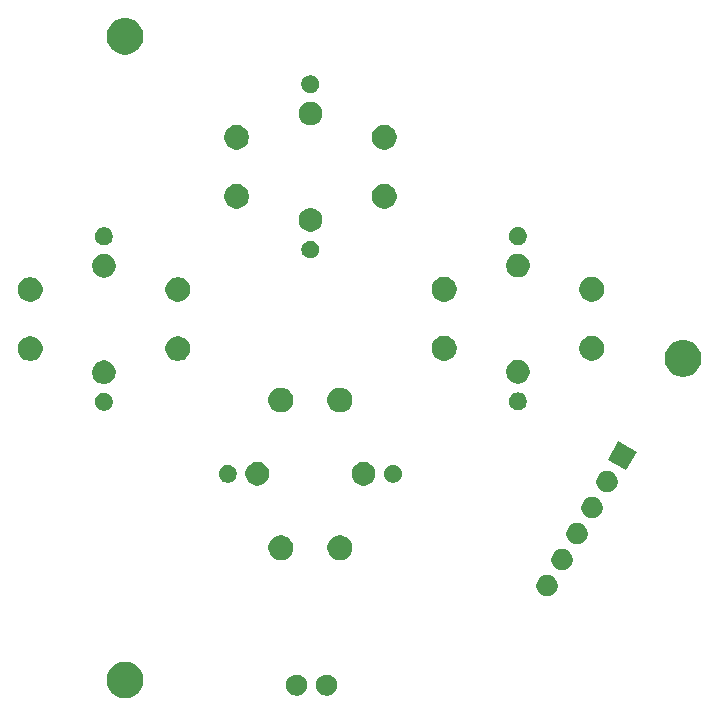
<source format=gbs>
G04 #@! TF.GenerationSoftware,KiCad,Pcbnew,(5.1.6)-1*
G04 #@! TF.CreationDate,2021-11-15T17:53:34+01:00*
G04 #@! TF.ProjectId,STEM,5354454d-2e6b-4696-9361-645f70636258,A*
G04 #@! TF.SameCoordinates,Original*
G04 #@! TF.FileFunction,Soldermask,Bot*
G04 #@! TF.FilePolarity,Negative*
%FSLAX46Y46*%
G04 Gerber Fmt 4.6, Leading zero omitted, Abs format (unit mm)*
G04 Created by KiCad (PCBNEW (5.1.6)-1) date 2021-11-15 17:53:34*
%MOMM*%
%LPD*%
G01*
G04 APERTURE LIST*
%ADD10C,0.100000*%
G04 APERTURE END LIST*
D10*
G36*
X107058785Y-140922002D02*
G01*
X107208610Y-140951804D01*
X107490874Y-141068721D01*
X107744905Y-141238459D01*
X107960941Y-141454495D01*
X108130679Y-141708526D01*
X108247596Y-141990790D01*
X108307200Y-142290440D01*
X108307200Y-142595960D01*
X108247596Y-142895610D01*
X108130679Y-143177874D01*
X107960941Y-143431905D01*
X107744905Y-143647941D01*
X107490874Y-143817679D01*
X107208610Y-143934596D01*
X107058785Y-143964398D01*
X106908961Y-143994200D01*
X106603439Y-143994200D01*
X106453615Y-143964398D01*
X106303790Y-143934596D01*
X106021526Y-143817679D01*
X105767495Y-143647941D01*
X105551459Y-143431905D01*
X105381721Y-143177874D01*
X105264804Y-142895610D01*
X105205200Y-142595960D01*
X105205200Y-142290440D01*
X105264804Y-141990790D01*
X105381721Y-141708526D01*
X105551459Y-141454495D01*
X105767495Y-141238459D01*
X106021526Y-141068721D01*
X106303790Y-140951804D01*
X106453615Y-140922002D01*
X106603439Y-140892200D01*
X106908961Y-140892200D01*
X107058785Y-140922002D01*
G37*
G36*
X124084895Y-142023240D02*
G01*
X124247045Y-142090405D01*
X124247047Y-142090406D01*
X124392979Y-142187915D01*
X124517085Y-142312021D01*
X124614595Y-142457955D01*
X124681760Y-142620105D01*
X124716000Y-142792243D01*
X124716000Y-142967757D01*
X124681760Y-143139895D01*
X124614595Y-143302045D01*
X124614594Y-143302047D01*
X124517085Y-143447979D01*
X124392979Y-143572085D01*
X124247047Y-143669594D01*
X124247046Y-143669595D01*
X124247045Y-143669595D01*
X124084895Y-143736760D01*
X123912757Y-143771000D01*
X123737243Y-143771000D01*
X123565105Y-143736760D01*
X123402955Y-143669595D01*
X123402954Y-143669595D01*
X123402953Y-143669594D01*
X123257021Y-143572085D01*
X123132915Y-143447979D01*
X123035406Y-143302047D01*
X123035405Y-143302045D01*
X122968240Y-143139895D01*
X122934000Y-142967757D01*
X122934000Y-142792243D01*
X122968240Y-142620105D01*
X123035405Y-142457955D01*
X123132915Y-142312021D01*
X123257021Y-142187915D01*
X123402953Y-142090406D01*
X123402955Y-142090405D01*
X123565105Y-142023240D01*
X123737243Y-141989000D01*
X123912757Y-141989000D01*
X124084895Y-142023240D01*
G37*
G36*
X121544895Y-142023240D02*
G01*
X121707045Y-142090405D01*
X121707047Y-142090406D01*
X121852979Y-142187915D01*
X121977085Y-142312021D01*
X122074595Y-142457955D01*
X122141760Y-142620105D01*
X122176000Y-142792243D01*
X122176000Y-142967757D01*
X122141760Y-143139895D01*
X122074595Y-143302045D01*
X122074594Y-143302047D01*
X121977085Y-143447979D01*
X121852979Y-143572085D01*
X121707047Y-143669594D01*
X121707046Y-143669595D01*
X121707045Y-143669595D01*
X121544895Y-143736760D01*
X121372757Y-143771000D01*
X121197243Y-143771000D01*
X121025105Y-143736760D01*
X120862955Y-143669595D01*
X120862954Y-143669595D01*
X120862953Y-143669594D01*
X120717021Y-143572085D01*
X120592915Y-143447979D01*
X120495406Y-143302047D01*
X120495405Y-143302045D01*
X120428240Y-143139895D01*
X120394000Y-142967757D01*
X120394000Y-142792243D01*
X120428240Y-142620105D01*
X120495405Y-142457955D01*
X120592915Y-142312021D01*
X120717021Y-142187915D01*
X120862953Y-142090406D01*
X120862955Y-142090405D01*
X121025105Y-142023240D01*
X121197243Y-141989000D01*
X121372757Y-141989000D01*
X121544895Y-142023240D01*
G37*
G36*
X142607512Y-133551336D02*
G01*
X142756812Y-133581033D01*
X142920784Y-133648953D01*
X143068354Y-133747556D01*
X143193853Y-133873055D01*
X143292456Y-134020625D01*
X143360376Y-134184597D01*
X143395000Y-134358668D01*
X143395000Y-134536150D01*
X143360376Y-134710221D01*
X143292456Y-134874193D01*
X143193853Y-135021763D01*
X143068354Y-135147262D01*
X142920784Y-135245865D01*
X142756812Y-135313785D01*
X142607512Y-135343482D01*
X142582742Y-135348409D01*
X142405258Y-135348409D01*
X142380488Y-135343482D01*
X142231188Y-135313785D01*
X142067216Y-135245865D01*
X141919646Y-135147262D01*
X141794147Y-135021763D01*
X141695544Y-134874193D01*
X141627624Y-134710221D01*
X141593000Y-134536150D01*
X141593000Y-134358668D01*
X141627624Y-134184597D01*
X141695544Y-134020625D01*
X141794147Y-133873055D01*
X141919646Y-133747556D01*
X142067216Y-133648953D01*
X142231188Y-133581033D01*
X142380488Y-133551336D01*
X142405258Y-133546409D01*
X142582742Y-133546409D01*
X142607512Y-133551336D01*
G37*
G36*
X143877512Y-131351631D02*
G01*
X144026812Y-131381328D01*
X144190784Y-131449248D01*
X144338354Y-131547851D01*
X144463853Y-131673350D01*
X144562456Y-131820920D01*
X144630376Y-131984892D01*
X144665000Y-132158963D01*
X144665000Y-132336445D01*
X144630376Y-132510516D01*
X144562456Y-132674488D01*
X144463853Y-132822058D01*
X144338354Y-132947557D01*
X144190784Y-133046160D01*
X144026812Y-133114080D01*
X143877512Y-133143777D01*
X143852742Y-133148704D01*
X143675258Y-133148704D01*
X143650488Y-133143777D01*
X143501188Y-133114080D01*
X143337216Y-133046160D01*
X143189646Y-132947557D01*
X143064147Y-132822058D01*
X142965544Y-132674488D01*
X142897624Y-132510516D01*
X142863000Y-132336445D01*
X142863000Y-132158963D01*
X142897624Y-131984892D01*
X142965544Y-131820920D01*
X143064147Y-131673350D01*
X143189646Y-131547851D01*
X143337216Y-131449248D01*
X143501188Y-131381328D01*
X143650488Y-131351631D01*
X143675258Y-131346704D01*
X143852742Y-131346704D01*
X143877512Y-131351631D01*
G37*
G36*
X120256564Y-130224389D02*
G01*
X120447833Y-130303615D01*
X120447835Y-130303616D01*
X120619973Y-130418635D01*
X120766365Y-130565027D01*
X120881385Y-130737167D01*
X120960611Y-130928436D01*
X121001000Y-131131484D01*
X121001000Y-131338516D01*
X120960611Y-131541564D01*
X120906023Y-131673351D01*
X120881384Y-131732835D01*
X120766365Y-131904973D01*
X120619973Y-132051365D01*
X120447835Y-132166384D01*
X120447834Y-132166385D01*
X120447833Y-132166385D01*
X120256564Y-132245611D01*
X120053516Y-132286000D01*
X119846484Y-132286000D01*
X119643436Y-132245611D01*
X119452167Y-132166385D01*
X119452166Y-132166385D01*
X119452165Y-132166384D01*
X119280027Y-132051365D01*
X119133635Y-131904973D01*
X119018616Y-131732835D01*
X118993977Y-131673351D01*
X118939389Y-131541564D01*
X118899000Y-131338516D01*
X118899000Y-131131484D01*
X118939389Y-130928436D01*
X119018615Y-130737167D01*
X119133635Y-130565027D01*
X119280027Y-130418635D01*
X119452165Y-130303616D01*
X119452167Y-130303615D01*
X119643436Y-130224389D01*
X119846484Y-130184000D01*
X120053516Y-130184000D01*
X120256564Y-130224389D01*
G37*
G36*
X125256564Y-130224389D02*
G01*
X125447833Y-130303615D01*
X125447835Y-130303616D01*
X125619973Y-130418635D01*
X125766365Y-130565027D01*
X125881385Y-130737167D01*
X125960611Y-130928436D01*
X126001000Y-131131484D01*
X126001000Y-131338516D01*
X125960611Y-131541564D01*
X125906023Y-131673351D01*
X125881384Y-131732835D01*
X125766365Y-131904973D01*
X125619973Y-132051365D01*
X125447835Y-132166384D01*
X125447834Y-132166385D01*
X125447833Y-132166385D01*
X125256564Y-132245611D01*
X125053516Y-132286000D01*
X124846484Y-132286000D01*
X124643436Y-132245611D01*
X124452167Y-132166385D01*
X124452166Y-132166385D01*
X124452165Y-132166384D01*
X124280027Y-132051365D01*
X124133635Y-131904973D01*
X124018616Y-131732835D01*
X123993977Y-131673351D01*
X123939389Y-131541564D01*
X123899000Y-131338516D01*
X123899000Y-131131484D01*
X123939389Y-130928436D01*
X124018615Y-130737167D01*
X124133635Y-130565027D01*
X124280027Y-130418635D01*
X124452165Y-130303616D01*
X124452167Y-130303615D01*
X124643436Y-130224389D01*
X124846484Y-130184000D01*
X125053516Y-130184000D01*
X125256564Y-130224389D01*
G37*
G36*
X145147512Y-129151927D02*
G01*
X145296812Y-129181624D01*
X145460784Y-129249544D01*
X145608354Y-129348147D01*
X145733853Y-129473646D01*
X145832456Y-129621216D01*
X145900376Y-129785188D01*
X145935000Y-129959259D01*
X145935000Y-130136741D01*
X145900376Y-130310812D01*
X145832456Y-130474784D01*
X145733853Y-130622354D01*
X145608354Y-130747853D01*
X145460784Y-130846456D01*
X145296812Y-130914376D01*
X145147512Y-130944073D01*
X145122742Y-130949000D01*
X144945258Y-130949000D01*
X144920488Y-130944073D01*
X144771188Y-130914376D01*
X144607216Y-130846456D01*
X144459646Y-130747853D01*
X144334147Y-130622354D01*
X144235544Y-130474784D01*
X144167624Y-130310812D01*
X144133000Y-130136741D01*
X144133000Y-129959259D01*
X144167624Y-129785188D01*
X144235544Y-129621216D01*
X144334147Y-129473646D01*
X144459646Y-129348147D01*
X144607216Y-129249544D01*
X144771188Y-129181624D01*
X144920488Y-129151927D01*
X144945258Y-129147000D01*
X145122742Y-129147000D01*
X145147512Y-129151927D01*
G37*
G36*
X146417512Y-126952222D02*
G01*
X146566812Y-126981919D01*
X146730784Y-127049839D01*
X146878354Y-127148442D01*
X147003853Y-127273941D01*
X147102456Y-127421511D01*
X147170376Y-127585483D01*
X147205000Y-127759554D01*
X147205000Y-127937036D01*
X147170376Y-128111107D01*
X147102456Y-128275079D01*
X147003853Y-128422649D01*
X146878354Y-128548148D01*
X146730784Y-128646751D01*
X146566812Y-128714671D01*
X146417512Y-128744368D01*
X146392742Y-128749295D01*
X146215258Y-128749295D01*
X146190488Y-128744368D01*
X146041188Y-128714671D01*
X145877216Y-128646751D01*
X145729646Y-128548148D01*
X145604147Y-128422649D01*
X145505544Y-128275079D01*
X145437624Y-128111107D01*
X145403000Y-127937036D01*
X145403000Y-127759554D01*
X145437624Y-127585483D01*
X145505544Y-127421511D01*
X145604147Y-127273941D01*
X145729646Y-127148442D01*
X145877216Y-127049839D01*
X146041188Y-126981919D01*
X146190488Y-126952222D01*
X146215258Y-126947295D01*
X146392742Y-126947295D01*
X146417512Y-126952222D01*
G37*
G36*
X147687512Y-124752518D02*
G01*
X147836812Y-124782215D01*
X148000784Y-124850135D01*
X148148354Y-124948738D01*
X148273853Y-125074237D01*
X148372456Y-125221807D01*
X148440376Y-125385779D01*
X148475000Y-125559850D01*
X148475000Y-125737332D01*
X148440376Y-125911403D01*
X148372456Y-126075375D01*
X148273853Y-126222945D01*
X148148354Y-126348444D01*
X148000784Y-126447047D01*
X147836812Y-126514967D01*
X147687512Y-126544664D01*
X147662742Y-126549591D01*
X147485258Y-126549591D01*
X147460488Y-126544664D01*
X147311188Y-126514967D01*
X147147216Y-126447047D01*
X146999646Y-126348444D01*
X146874147Y-126222945D01*
X146775544Y-126075375D01*
X146707624Y-125911403D01*
X146673000Y-125737332D01*
X146673000Y-125559850D01*
X146707624Y-125385779D01*
X146775544Y-125221807D01*
X146874147Y-125074237D01*
X146999646Y-124948738D01*
X147147216Y-124850135D01*
X147311188Y-124782215D01*
X147460488Y-124752518D01*
X147485258Y-124747591D01*
X147662742Y-124747591D01*
X147687512Y-124752518D01*
G37*
G36*
X118241981Y-124022468D02*
G01*
X118424151Y-124097926D01*
X118588100Y-124207473D01*
X118727527Y-124346900D01*
X118837074Y-124510849D01*
X118907005Y-124679675D01*
X118912532Y-124693020D01*
X118943785Y-124850135D01*
X118951000Y-124886410D01*
X118951000Y-125083590D01*
X118912532Y-125276981D01*
X118837074Y-125459151D01*
X118727527Y-125623100D01*
X118588100Y-125762527D01*
X118424151Y-125872074D01*
X118241981Y-125947532D01*
X118145285Y-125966766D01*
X118048591Y-125986000D01*
X117851409Y-125986000D01*
X117754715Y-125966766D01*
X117658019Y-125947532D01*
X117475849Y-125872074D01*
X117311900Y-125762527D01*
X117172473Y-125623100D01*
X117062926Y-125459151D01*
X116987468Y-125276981D01*
X116949000Y-125083590D01*
X116949000Y-124886410D01*
X116956216Y-124850135D01*
X116987468Y-124693020D01*
X116992996Y-124679675D01*
X117062926Y-124510849D01*
X117172473Y-124346900D01*
X117311900Y-124207473D01*
X117475849Y-124097926D01*
X117658019Y-124022468D01*
X117851409Y-123984000D01*
X118048591Y-123984000D01*
X118241981Y-124022468D01*
G37*
G36*
X127241981Y-124022468D02*
G01*
X127424151Y-124097926D01*
X127588100Y-124207473D01*
X127727527Y-124346900D01*
X127837074Y-124510849D01*
X127907005Y-124679675D01*
X127912532Y-124693020D01*
X127943785Y-124850135D01*
X127951000Y-124886410D01*
X127951000Y-125083590D01*
X127912532Y-125276981D01*
X127837074Y-125459151D01*
X127727527Y-125623100D01*
X127588100Y-125762527D01*
X127424151Y-125872074D01*
X127241981Y-125947532D01*
X127145285Y-125966766D01*
X127048591Y-125986000D01*
X126851409Y-125986000D01*
X126754715Y-125966766D01*
X126658019Y-125947532D01*
X126475849Y-125872074D01*
X126311900Y-125762527D01*
X126172473Y-125623100D01*
X126062926Y-125459151D01*
X125987468Y-125276981D01*
X125949000Y-125083590D01*
X125949000Y-124886410D01*
X125956216Y-124850135D01*
X125987468Y-124693020D01*
X125992996Y-124679675D01*
X126062926Y-124510849D01*
X126172473Y-124346900D01*
X126311900Y-124207473D01*
X126475849Y-124097926D01*
X126658019Y-124022468D01*
X126851409Y-123984000D01*
X127048591Y-123984000D01*
X127241981Y-124022468D01*
G37*
G36*
X115669059Y-124262860D02*
G01*
X115805732Y-124319472D01*
X115928735Y-124401660D01*
X116033340Y-124506265D01*
X116033341Y-124506267D01*
X116115529Y-124629270D01*
X116172140Y-124765941D01*
X116201000Y-124911032D01*
X116201000Y-125058968D01*
X116196102Y-125083590D01*
X116172140Y-125204059D01*
X116115528Y-125340732D01*
X116033340Y-125463735D01*
X115928735Y-125568340D01*
X115805732Y-125650528D01*
X115805731Y-125650529D01*
X115805730Y-125650529D01*
X115669059Y-125707140D01*
X115523968Y-125736000D01*
X115376032Y-125736000D01*
X115230941Y-125707140D01*
X115094270Y-125650529D01*
X115094269Y-125650529D01*
X115094268Y-125650528D01*
X114971265Y-125568340D01*
X114866660Y-125463735D01*
X114784472Y-125340732D01*
X114727860Y-125204059D01*
X114703898Y-125083590D01*
X114699000Y-125058968D01*
X114699000Y-124911032D01*
X114727860Y-124765941D01*
X114784471Y-124629270D01*
X114866659Y-124506267D01*
X114866660Y-124506265D01*
X114971265Y-124401660D01*
X115094268Y-124319472D01*
X115230941Y-124262860D01*
X115376032Y-124234000D01*
X115523968Y-124234000D01*
X115669059Y-124262860D01*
G37*
G36*
X129669059Y-124262860D02*
G01*
X129805732Y-124319472D01*
X129928735Y-124401660D01*
X130033340Y-124506265D01*
X130033341Y-124506267D01*
X130115529Y-124629270D01*
X130172140Y-124765941D01*
X130201000Y-124911032D01*
X130201000Y-125058968D01*
X130196102Y-125083590D01*
X130172140Y-125204059D01*
X130115528Y-125340732D01*
X130033340Y-125463735D01*
X129928735Y-125568340D01*
X129805732Y-125650528D01*
X129805731Y-125650529D01*
X129805730Y-125650529D01*
X129669059Y-125707140D01*
X129523968Y-125736000D01*
X129376032Y-125736000D01*
X129230941Y-125707140D01*
X129094270Y-125650529D01*
X129094269Y-125650529D01*
X129094268Y-125650528D01*
X128971265Y-125568340D01*
X128866660Y-125463735D01*
X128784472Y-125340732D01*
X128727860Y-125204059D01*
X128703898Y-125083590D01*
X128699000Y-125058968D01*
X128699000Y-124911032D01*
X128727860Y-124765941D01*
X128784471Y-124629270D01*
X128866659Y-124506267D01*
X128866660Y-124506265D01*
X128971265Y-124401660D01*
X129094268Y-124319472D01*
X129230941Y-124262860D01*
X129376032Y-124234000D01*
X129523968Y-124234000D01*
X129669059Y-124262860D01*
G37*
G36*
X150074790Y-123119097D02*
G01*
X149173789Y-124679676D01*
X147613210Y-123778675D01*
X148514211Y-122218096D01*
X150074790Y-123119097D01*
G37*
G36*
X125256564Y-117724389D02*
G01*
X125447833Y-117803615D01*
X125447835Y-117803616D01*
X125619973Y-117918635D01*
X125766365Y-118065027D01*
X125861544Y-118207472D01*
X125881385Y-118237167D01*
X125960611Y-118428436D01*
X126001000Y-118631484D01*
X126001000Y-118838516D01*
X125960611Y-119041564D01*
X125883084Y-119228732D01*
X125881384Y-119232835D01*
X125766365Y-119404973D01*
X125619973Y-119551365D01*
X125447835Y-119666384D01*
X125447834Y-119666385D01*
X125447833Y-119666385D01*
X125256564Y-119745611D01*
X125053516Y-119786000D01*
X124846484Y-119786000D01*
X124643436Y-119745611D01*
X124452167Y-119666385D01*
X124452166Y-119666385D01*
X124452165Y-119666384D01*
X124280027Y-119551365D01*
X124133635Y-119404973D01*
X124018616Y-119232835D01*
X124016916Y-119228732D01*
X123939389Y-119041564D01*
X123899000Y-118838516D01*
X123899000Y-118631484D01*
X123939389Y-118428436D01*
X124018615Y-118237167D01*
X124038457Y-118207472D01*
X124133635Y-118065027D01*
X124280027Y-117918635D01*
X124452165Y-117803616D01*
X124452167Y-117803615D01*
X124643436Y-117724389D01*
X124846484Y-117684000D01*
X125053516Y-117684000D01*
X125256564Y-117724389D01*
G37*
G36*
X120256564Y-117724389D02*
G01*
X120447833Y-117803615D01*
X120447835Y-117803616D01*
X120619973Y-117918635D01*
X120766365Y-118065027D01*
X120861544Y-118207472D01*
X120881385Y-118237167D01*
X120960611Y-118428436D01*
X121001000Y-118631484D01*
X121001000Y-118838516D01*
X120960611Y-119041564D01*
X120883084Y-119228732D01*
X120881384Y-119232835D01*
X120766365Y-119404973D01*
X120619973Y-119551365D01*
X120447835Y-119666384D01*
X120447834Y-119666385D01*
X120447833Y-119666385D01*
X120256564Y-119745611D01*
X120053516Y-119786000D01*
X119846484Y-119786000D01*
X119643436Y-119745611D01*
X119452167Y-119666385D01*
X119452166Y-119666385D01*
X119452165Y-119666384D01*
X119280027Y-119551365D01*
X119133635Y-119404973D01*
X119018616Y-119232835D01*
X119016916Y-119228732D01*
X118939389Y-119041564D01*
X118899000Y-118838516D01*
X118899000Y-118631484D01*
X118939389Y-118428436D01*
X119018615Y-118237167D01*
X119038457Y-118207472D01*
X119133635Y-118065027D01*
X119280027Y-117918635D01*
X119452165Y-117803616D01*
X119452167Y-117803615D01*
X119643436Y-117724389D01*
X119846484Y-117684000D01*
X120053516Y-117684000D01*
X120256564Y-117724389D01*
G37*
G36*
X105194059Y-118150860D02*
G01*
X105270375Y-118182471D01*
X105330732Y-118207472D01*
X105453735Y-118289660D01*
X105558340Y-118394265D01*
X105623825Y-118492270D01*
X105640529Y-118517270D01*
X105697140Y-118653941D01*
X105726000Y-118799032D01*
X105726000Y-118946968D01*
X105697140Y-119092059D01*
X105650884Y-119203732D01*
X105640528Y-119228732D01*
X105558340Y-119351735D01*
X105453735Y-119456340D01*
X105330732Y-119538528D01*
X105330731Y-119538529D01*
X105330730Y-119538529D01*
X105194059Y-119595140D01*
X105048968Y-119624000D01*
X104901032Y-119624000D01*
X104755941Y-119595140D01*
X104619270Y-119538529D01*
X104619269Y-119538529D01*
X104619268Y-119538528D01*
X104496265Y-119456340D01*
X104391660Y-119351735D01*
X104309472Y-119228732D01*
X104299117Y-119203732D01*
X104252860Y-119092059D01*
X104224000Y-118946968D01*
X104224000Y-118799032D01*
X104252860Y-118653941D01*
X104309471Y-118517270D01*
X104326175Y-118492270D01*
X104391660Y-118394265D01*
X104496265Y-118289660D01*
X104619268Y-118207472D01*
X104679626Y-118182471D01*
X104755941Y-118150860D01*
X104901032Y-118122000D01*
X105048968Y-118122000D01*
X105194059Y-118150860D01*
G37*
G36*
X140224653Y-118122000D02*
G01*
X140244059Y-118125860D01*
X140380732Y-118182472D01*
X140503735Y-118264660D01*
X140608340Y-118369265D01*
X140690528Y-118492268D01*
X140690529Y-118492270D01*
X140700884Y-118517270D01*
X140747140Y-118628941D01*
X140776000Y-118774033D01*
X140776000Y-118921967D01*
X140747140Y-119067059D01*
X140690528Y-119203732D01*
X140608340Y-119326735D01*
X140503735Y-119431340D01*
X140380732Y-119513528D01*
X140380731Y-119513529D01*
X140380730Y-119513529D01*
X140244059Y-119570140D01*
X140098968Y-119599000D01*
X139951032Y-119599000D01*
X139805941Y-119570140D01*
X139669270Y-119513529D01*
X139669269Y-119513529D01*
X139669268Y-119513528D01*
X139546265Y-119431340D01*
X139441660Y-119326735D01*
X139359472Y-119203732D01*
X139302860Y-119067059D01*
X139274000Y-118921967D01*
X139274000Y-118774033D01*
X139302860Y-118628941D01*
X139349116Y-118517270D01*
X139359471Y-118492270D01*
X139359472Y-118492268D01*
X139441660Y-118369265D01*
X139546265Y-118264660D01*
X139669268Y-118182472D01*
X139805941Y-118125860D01*
X139825347Y-118122000D01*
X139951032Y-118097000D01*
X140098968Y-118097000D01*
X140224653Y-118122000D01*
G37*
G36*
X105141298Y-115385468D02*
G01*
X105266981Y-115410468D01*
X105449151Y-115485926D01*
X105613100Y-115595473D01*
X105752527Y-115734900D01*
X105862074Y-115898849D01*
X105937532Y-116081019D01*
X105976000Y-116274410D01*
X105976000Y-116471590D01*
X105937532Y-116664981D01*
X105895937Y-116765400D01*
X105872430Y-116822151D01*
X105862074Y-116847151D01*
X105752527Y-117011100D01*
X105613100Y-117150527D01*
X105449151Y-117260074D01*
X105266981Y-117335532D01*
X105199273Y-117349000D01*
X105073591Y-117374000D01*
X104876409Y-117374000D01*
X104750727Y-117349000D01*
X104683019Y-117335532D01*
X104500849Y-117260074D01*
X104336900Y-117150527D01*
X104197473Y-117011100D01*
X104087926Y-116847151D01*
X104077571Y-116822151D01*
X104054063Y-116765400D01*
X104012468Y-116664981D01*
X103974000Y-116471590D01*
X103974000Y-116274410D01*
X104012468Y-116081019D01*
X104087926Y-115898849D01*
X104197473Y-115734900D01*
X104336900Y-115595473D01*
X104500849Y-115485926D01*
X104683019Y-115410468D01*
X104808702Y-115385468D01*
X104876409Y-115372000D01*
X105073591Y-115372000D01*
X105141298Y-115385468D01*
G37*
G36*
X140316981Y-115385468D02*
G01*
X140499151Y-115460926D01*
X140663100Y-115570473D01*
X140802527Y-115709900D01*
X140912074Y-115873849D01*
X140912075Y-115873851D01*
X140922430Y-115898851D01*
X140987532Y-116056019D01*
X141026000Y-116249410D01*
X141026000Y-116446590D01*
X140987532Y-116639981D01*
X140912074Y-116822151D01*
X140802527Y-116986100D01*
X140663100Y-117125527D01*
X140499151Y-117235074D01*
X140316981Y-117310532D01*
X140220285Y-117329766D01*
X140123591Y-117349000D01*
X139926409Y-117349000D01*
X139829715Y-117329766D01*
X139733019Y-117310532D01*
X139550849Y-117235074D01*
X139386900Y-117125527D01*
X139247473Y-116986100D01*
X139137926Y-116822151D01*
X139062468Y-116639981D01*
X139024000Y-116446590D01*
X139024000Y-116249410D01*
X139062468Y-116056019D01*
X139127570Y-115898851D01*
X139137925Y-115873851D01*
X139137926Y-115873849D01*
X139247473Y-115709900D01*
X139386900Y-115570473D01*
X139550849Y-115460926D01*
X139733019Y-115385468D01*
X139926409Y-115347000D01*
X140123591Y-115347000D01*
X140316981Y-115385468D01*
G37*
G36*
X154302785Y-113693202D02*
G01*
X154452610Y-113723004D01*
X154734874Y-113839921D01*
X154988905Y-114009659D01*
X155204941Y-114225695D01*
X155374679Y-114479726D01*
X155491596Y-114761990D01*
X155551200Y-115061640D01*
X155551200Y-115367160D01*
X155491596Y-115666810D01*
X155374679Y-115949074D01*
X155204941Y-116203105D01*
X154988905Y-116419141D01*
X154734874Y-116588879D01*
X154452610Y-116705796D01*
X154302785Y-116735598D01*
X154152961Y-116765400D01*
X153847439Y-116765400D01*
X153697615Y-116735598D01*
X153547790Y-116705796D01*
X153265526Y-116588879D01*
X153011495Y-116419141D01*
X152795459Y-116203105D01*
X152625721Y-115949074D01*
X152508804Y-115666810D01*
X152449200Y-115367160D01*
X152449200Y-115061640D01*
X152508804Y-114761990D01*
X152625721Y-114479726D01*
X152795459Y-114225695D01*
X153011495Y-114009659D01*
X153265526Y-113839921D01*
X153547790Y-113723004D01*
X153697615Y-113693202D01*
X153847439Y-113663400D01*
X154152961Y-113663400D01*
X154302785Y-113693202D01*
G37*
G36*
X111531564Y-113362389D02*
G01*
X111722833Y-113441615D01*
X111722835Y-113441616D01*
X111894973Y-113556635D01*
X112041365Y-113703027D01*
X112139680Y-113850165D01*
X112156385Y-113875167D01*
X112235611Y-114066436D01*
X112276000Y-114269484D01*
X112276000Y-114476516D01*
X112235611Y-114679564D01*
X112166740Y-114845833D01*
X112156384Y-114870835D01*
X112041365Y-115042973D01*
X111894973Y-115189365D01*
X111722835Y-115304384D01*
X111722834Y-115304385D01*
X111722833Y-115304385D01*
X111531564Y-115383611D01*
X111328516Y-115424000D01*
X111121484Y-115424000D01*
X110918436Y-115383611D01*
X110727167Y-115304385D01*
X110727166Y-115304385D01*
X110727165Y-115304384D01*
X110555027Y-115189365D01*
X110408635Y-115042973D01*
X110293616Y-114870835D01*
X110283260Y-114845833D01*
X110214389Y-114679564D01*
X110174000Y-114476516D01*
X110174000Y-114269484D01*
X110214389Y-114066436D01*
X110293615Y-113875167D01*
X110310321Y-113850165D01*
X110408635Y-113703027D01*
X110555027Y-113556635D01*
X110727165Y-113441616D01*
X110727167Y-113441615D01*
X110918436Y-113362389D01*
X111121484Y-113322000D01*
X111328516Y-113322000D01*
X111531564Y-113362389D01*
G37*
G36*
X99031564Y-113362389D02*
G01*
X99222833Y-113441615D01*
X99222835Y-113441616D01*
X99394973Y-113556635D01*
X99541365Y-113703027D01*
X99639680Y-113850165D01*
X99656385Y-113875167D01*
X99735611Y-114066436D01*
X99776000Y-114269484D01*
X99776000Y-114476516D01*
X99735611Y-114679564D01*
X99666740Y-114845833D01*
X99656384Y-114870835D01*
X99541365Y-115042973D01*
X99394973Y-115189365D01*
X99222835Y-115304384D01*
X99222834Y-115304385D01*
X99222833Y-115304385D01*
X99031564Y-115383611D01*
X98828516Y-115424000D01*
X98621484Y-115424000D01*
X98418436Y-115383611D01*
X98227167Y-115304385D01*
X98227166Y-115304385D01*
X98227165Y-115304384D01*
X98055027Y-115189365D01*
X97908635Y-115042973D01*
X97793616Y-114870835D01*
X97783260Y-114845833D01*
X97714389Y-114679564D01*
X97674000Y-114476516D01*
X97674000Y-114269484D01*
X97714389Y-114066436D01*
X97793615Y-113875167D01*
X97810321Y-113850165D01*
X97908635Y-113703027D01*
X98055027Y-113556635D01*
X98227165Y-113441616D01*
X98227167Y-113441615D01*
X98418436Y-113362389D01*
X98621484Y-113322000D01*
X98828516Y-113322000D01*
X99031564Y-113362389D01*
G37*
G36*
X134081564Y-113337389D02*
G01*
X134272833Y-113416615D01*
X134272835Y-113416616D01*
X134310250Y-113441616D01*
X134444973Y-113531635D01*
X134591365Y-113678027D01*
X134706385Y-113850167D01*
X134785611Y-114041436D01*
X134826000Y-114244484D01*
X134826000Y-114451516D01*
X134785611Y-114654564D01*
X134741113Y-114761991D01*
X134706384Y-114845835D01*
X134591365Y-115017973D01*
X134444973Y-115164365D01*
X134272835Y-115279384D01*
X134272834Y-115279385D01*
X134272833Y-115279385D01*
X134081564Y-115358611D01*
X133878516Y-115399000D01*
X133671484Y-115399000D01*
X133468436Y-115358611D01*
X133277167Y-115279385D01*
X133277166Y-115279385D01*
X133277165Y-115279384D01*
X133105027Y-115164365D01*
X132958635Y-115017973D01*
X132843616Y-114845835D01*
X132808887Y-114761991D01*
X132764389Y-114654564D01*
X132724000Y-114451516D01*
X132724000Y-114244484D01*
X132764389Y-114041436D01*
X132843615Y-113850167D01*
X132958635Y-113678027D01*
X133105027Y-113531635D01*
X133239750Y-113441616D01*
X133277165Y-113416616D01*
X133277167Y-113416615D01*
X133468436Y-113337389D01*
X133671484Y-113297000D01*
X133878516Y-113297000D01*
X134081564Y-113337389D01*
G37*
G36*
X146581564Y-113337389D02*
G01*
X146772833Y-113416615D01*
X146772835Y-113416616D01*
X146810250Y-113441616D01*
X146944973Y-113531635D01*
X147091365Y-113678027D01*
X147206385Y-113850167D01*
X147285611Y-114041436D01*
X147326000Y-114244484D01*
X147326000Y-114451516D01*
X147285611Y-114654564D01*
X147241113Y-114761991D01*
X147206384Y-114845835D01*
X147091365Y-115017973D01*
X146944973Y-115164365D01*
X146772835Y-115279384D01*
X146772834Y-115279385D01*
X146772833Y-115279385D01*
X146581564Y-115358611D01*
X146378516Y-115399000D01*
X146171484Y-115399000D01*
X145968436Y-115358611D01*
X145777167Y-115279385D01*
X145777166Y-115279385D01*
X145777165Y-115279384D01*
X145605027Y-115164365D01*
X145458635Y-115017973D01*
X145343616Y-114845835D01*
X145308887Y-114761991D01*
X145264389Y-114654564D01*
X145224000Y-114451516D01*
X145224000Y-114244484D01*
X145264389Y-114041436D01*
X145343615Y-113850167D01*
X145458635Y-113678027D01*
X145605027Y-113531635D01*
X145739750Y-113441616D01*
X145777165Y-113416616D01*
X145777167Y-113416615D01*
X145968436Y-113337389D01*
X146171484Y-113297000D01*
X146378516Y-113297000D01*
X146581564Y-113337389D01*
G37*
G36*
X111531564Y-108362389D02*
G01*
X111722833Y-108441615D01*
X111722835Y-108441616D01*
X111894973Y-108556635D01*
X112041365Y-108703027D01*
X112139680Y-108850165D01*
X112156385Y-108875167D01*
X112235611Y-109066436D01*
X112276000Y-109269484D01*
X112276000Y-109476516D01*
X112235611Y-109679564D01*
X112166740Y-109845833D01*
X112156384Y-109870835D01*
X112041365Y-110042973D01*
X111894973Y-110189365D01*
X111722835Y-110304384D01*
X111722834Y-110304385D01*
X111722833Y-110304385D01*
X111531564Y-110383611D01*
X111328516Y-110424000D01*
X111121484Y-110424000D01*
X110918436Y-110383611D01*
X110727167Y-110304385D01*
X110727166Y-110304385D01*
X110727165Y-110304384D01*
X110555027Y-110189365D01*
X110408635Y-110042973D01*
X110293616Y-109870835D01*
X110283260Y-109845833D01*
X110214389Y-109679564D01*
X110174000Y-109476516D01*
X110174000Y-109269484D01*
X110214389Y-109066436D01*
X110293615Y-108875167D01*
X110310321Y-108850165D01*
X110408635Y-108703027D01*
X110555027Y-108556635D01*
X110727165Y-108441616D01*
X110727167Y-108441615D01*
X110918436Y-108362389D01*
X111121484Y-108322000D01*
X111328516Y-108322000D01*
X111531564Y-108362389D01*
G37*
G36*
X99031564Y-108362389D02*
G01*
X99222833Y-108441615D01*
X99222835Y-108441616D01*
X99394973Y-108556635D01*
X99541365Y-108703027D01*
X99639680Y-108850165D01*
X99656385Y-108875167D01*
X99735611Y-109066436D01*
X99776000Y-109269484D01*
X99776000Y-109476516D01*
X99735611Y-109679564D01*
X99666740Y-109845833D01*
X99656384Y-109870835D01*
X99541365Y-110042973D01*
X99394973Y-110189365D01*
X99222835Y-110304384D01*
X99222834Y-110304385D01*
X99222833Y-110304385D01*
X99031564Y-110383611D01*
X98828516Y-110424000D01*
X98621484Y-110424000D01*
X98418436Y-110383611D01*
X98227167Y-110304385D01*
X98227166Y-110304385D01*
X98227165Y-110304384D01*
X98055027Y-110189365D01*
X97908635Y-110042973D01*
X97793616Y-109870835D01*
X97783260Y-109845833D01*
X97714389Y-109679564D01*
X97674000Y-109476516D01*
X97674000Y-109269484D01*
X97714389Y-109066436D01*
X97793615Y-108875167D01*
X97810321Y-108850165D01*
X97908635Y-108703027D01*
X98055027Y-108556635D01*
X98227165Y-108441616D01*
X98227167Y-108441615D01*
X98418436Y-108362389D01*
X98621484Y-108322000D01*
X98828516Y-108322000D01*
X99031564Y-108362389D01*
G37*
G36*
X134081564Y-108337389D02*
G01*
X134272833Y-108416615D01*
X134272835Y-108416616D01*
X134310250Y-108441616D01*
X134444973Y-108531635D01*
X134591365Y-108678027D01*
X134706385Y-108850167D01*
X134785611Y-109041436D01*
X134826000Y-109244484D01*
X134826000Y-109451516D01*
X134785611Y-109654564D01*
X134775255Y-109679565D01*
X134706384Y-109845835D01*
X134591365Y-110017973D01*
X134444973Y-110164365D01*
X134272835Y-110279384D01*
X134272834Y-110279385D01*
X134272833Y-110279385D01*
X134081564Y-110358611D01*
X133878516Y-110399000D01*
X133671484Y-110399000D01*
X133468436Y-110358611D01*
X133277167Y-110279385D01*
X133277166Y-110279385D01*
X133277165Y-110279384D01*
X133105027Y-110164365D01*
X132958635Y-110017973D01*
X132843616Y-109845835D01*
X132774745Y-109679565D01*
X132764389Y-109654564D01*
X132724000Y-109451516D01*
X132724000Y-109244484D01*
X132764389Y-109041436D01*
X132843615Y-108850167D01*
X132958635Y-108678027D01*
X133105027Y-108531635D01*
X133239750Y-108441616D01*
X133277165Y-108416616D01*
X133277167Y-108416615D01*
X133468436Y-108337389D01*
X133671484Y-108297000D01*
X133878516Y-108297000D01*
X134081564Y-108337389D01*
G37*
G36*
X146581564Y-108337389D02*
G01*
X146772833Y-108416615D01*
X146772835Y-108416616D01*
X146810250Y-108441616D01*
X146944973Y-108531635D01*
X147091365Y-108678027D01*
X147206385Y-108850167D01*
X147285611Y-109041436D01*
X147326000Y-109244484D01*
X147326000Y-109451516D01*
X147285611Y-109654564D01*
X147275255Y-109679565D01*
X147206384Y-109845835D01*
X147091365Y-110017973D01*
X146944973Y-110164365D01*
X146772835Y-110279384D01*
X146772834Y-110279385D01*
X146772833Y-110279385D01*
X146581564Y-110358611D01*
X146378516Y-110399000D01*
X146171484Y-110399000D01*
X145968436Y-110358611D01*
X145777167Y-110279385D01*
X145777166Y-110279385D01*
X145777165Y-110279384D01*
X145605027Y-110164365D01*
X145458635Y-110017973D01*
X145343616Y-109845835D01*
X145274745Y-109679565D01*
X145264389Y-109654564D01*
X145224000Y-109451516D01*
X145224000Y-109244484D01*
X145264389Y-109041436D01*
X145343615Y-108850167D01*
X145458635Y-108678027D01*
X145605027Y-108531635D01*
X145739750Y-108441616D01*
X145777165Y-108416616D01*
X145777167Y-108416615D01*
X145968436Y-108337389D01*
X146171484Y-108297000D01*
X146378516Y-108297000D01*
X146581564Y-108337389D01*
G37*
G36*
X105141298Y-106385468D02*
G01*
X105266981Y-106410468D01*
X105449151Y-106485926D01*
X105613100Y-106595473D01*
X105752527Y-106734900D01*
X105862074Y-106898849D01*
X105927177Y-107056019D01*
X105937532Y-107081020D01*
X105976000Y-107274409D01*
X105976000Y-107471591D01*
X105937532Y-107664980D01*
X105872430Y-107822151D01*
X105862074Y-107847151D01*
X105752527Y-108011100D01*
X105613100Y-108150527D01*
X105449151Y-108260074D01*
X105266981Y-108335532D01*
X105199273Y-108349000D01*
X105073591Y-108374000D01*
X104876409Y-108374000D01*
X104750727Y-108349000D01*
X104683019Y-108335532D01*
X104500849Y-108260074D01*
X104336900Y-108150527D01*
X104197473Y-108011100D01*
X104087926Y-107847151D01*
X104077571Y-107822151D01*
X104012468Y-107664980D01*
X103974000Y-107471591D01*
X103974000Y-107274409D01*
X104012468Y-107081020D01*
X104022824Y-107056019D01*
X104087926Y-106898849D01*
X104197473Y-106734900D01*
X104336900Y-106595473D01*
X104500849Y-106485926D01*
X104683019Y-106410468D01*
X104808702Y-106385468D01*
X104876409Y-106372000D01*
X105073591Y-106372000D01*
X105141298Y-106385468D01*
G37*
G36*
X140316981Y-106385468D02*
G01*
X140499151Y-106460926D01*
X140663100Y-106570473D01*
X140802527Y-106709900D01*
X140819966Y-106736000D01*
X140912075Y-106873851D01*
X140922430Y-106898851D01*
X140987532Y-107056019D01*
X141026000Y-107249410D01*
X141026000Y-107446590D01*
X140987532Y-107639981D01*
X140912074Y-107822151D01*
X140802527Y-107986100D01*
X140663100Y-108125527D01*
X140499151Y-108235074D01*
X140316981Y-108310532D01*
X140220285Y-108329766D01*
X140123591Y-108349000D01*
X139926409Y-108349000D01*
X139829715Y-108329766D01*
X139733019Y-108310532D01*
X139550849Y-108235074D01*
X139386900Y-108125527D01*
X139247473Y-107986100D01*
X139137926Y-107822151D01*
X139062468Y-107639981D01*
X139024000Y-107446590D01*
X139024000Y-107249410D01*
X139062468Y-107056019D01*
X139127570Y-106898851D01*
X139137925Y-106873851D01*
X139230034Y-106736000D01*
X139247473Y-106709900D01*
X139386900Y-106570473D01*
X139550849Y-106460926D01*
X139733019Y-106385468D01*
X139829715Y-106366234D01*
X139926409Y-106347000D01*
X140123591Y-106347000D01*
X140316981Y-106385468D01*
G37*
G36*
X122669059Y-105262860D02*
G01*
X122805732Y-105319472D01*
X122928735Y-105401660D01*
X123033340Y-105506265D01*
X123115528Y-105629268D01*
X123172140Y-105765941D01*
X123201000Y-105911033D01*
X123201000Y-106058967D01*
X123172140Y-106204059D01*
X123115528Y-106340732D01*
X123033340Y-106463735D01*
X122928735Y-106568340D01*
X122805732Y-106650528D01*
X122805731Y-106650529D01*
X122805730Y-106650529D01*
X122669059Y-106707140D01*
X122523968Y-106736000D01*
X122376032Y-106736000D01*
X122230941Y-106707140D01*
X122094270Y-106650529D01*
X122094269Y-106650529D01*
X122094268Y-106650528D01*
X121971265Y-106568340D01*
X121866660Y-106463735D01*
X121784472Y-106340732D01*
X121727860Y-106204059D01*
X121699000Y-106058967D01*
X121699000Y-105911033D01*
X121727860Y-105765941D01*
X121784472Y-105629268D01*
X121866660Y-105506265D01*
X121971265Y-105401660D01*
X122094268Y-105319472D01*
X122230941Y-105262860D01*
X122376032Y-105234000D01*
X122523968Y-105234000D01*
X122669059Y-105262860D01*
G37*
G36*
X105194059Y-104150860D02*
G01*
X105270375Y-104182471D01*
X105330732Y-104207472D01*
X105453735Y-104289660D01*
X105558340Y-104394265D01*
X105623825Y-104492270D01*
X105640529Y-104517270D01*
X105697140Y-104653941D01*
X105726000Y-104799032D01*
X105726000Y-104946968D01*
X105697140Y-105092059D01*
X105650884Y-105203732D01*
X105640528Y-105228732D01*
X105558340Y-105351735D01*
X105453735Y-105456340D01*
X105330732Y-105538528D01*
X105330731Y-105538529D01*
X105330730Y-105538529D01*
X105194059Y-105595140D01*
X105048968Y-105624000D01*
X104901032Y-105624000D01*
X104755941Y-105595140D01*
X104619270Y-105538529D01*
X104619269Y-105538529D01*
X104619268Y-105538528D01*
X104496265Y-105456340D01*
X104391660Y-105351735D01*
X104309472Y-105228732D01*
X104299117Y-105203732D01*
X104252860Y-105092059D01*
X104224000Y-104946968D01*
X104224000Y-104799032D01*
X104252860Y-104653941D01*
X104309471Y-104517270D01*
X104326175Y-104492270D01*
X104391660Y-104394265D01*
X104496265Y-104289660D01*
X104619268Y-104207472D01*
X104679626Y-104182471D01*
X104755941Y-104150860D01*
X104901032Y-104122000D01*
X105048968Y-104122000D01*
X105194059Y-104150860D01*
G37*
G36*
X140224653Y-104122000D02*
G01*
X140244059Y-104125860D01*
X140380732Y-104182472D01*
X140503735Y-104264660D01*
X140608340Y-104369265D01*
X140660636Y-104447532D01*
X140690529Y-104492270D01*
X140700884Y-104517270D01*
X140747140Y-104628941D01*
X140776000Y-104774033D01*
X140776000Y-104921967D01*
X140747140Y-105067059D01*
X140690528Y-105203732D01*
X140608340Y-105326735D01*
X140503735Y-105431340D01*
X140380732Y-105513528D01*
X140380731Y-105513529D01*
X140380730Y-105513529D01*
X140244059Y-105570140D01*
X140098968Y-105599000D01*
X139951032Y-105599000D01*
X139805941Y-105570140D01*
X139669270Y-105513529D01*
X139669269Y-105513529D01*
X139669268Y-105513528D01*
X139546265Y-105431340D01*
X139441660Y-105326735D01*
X139359472Y-105203732D01*
X139302860Y-105067059D01*
X139274000Y-104921967D01*
X139274000Y-104774033D01*
X139302860Y-104628941D01*
X139349116Y-104517270D01*
X139359471Y-104492270D01*
X139389364Y-104447532D01*
X139441660Y-104369265D01*
X139546265Y-104264660D01*
X139669268Y-104182472D01*
X139805941Y-104125860D01*
X139825347Y-104122000D01*
X139951032Y-104097000D01*
X140098968Y-104097000D01*
X140224653Y-104122000D01*
G37*
G36*
X122741981Y-102522468D02*
G01*
X122924151Y-102597926D01*
X123088100Y-102707473D01*
X123227527Y-102846900D01*
X123337074Y-103010849D01*
X123412532Y-103193019D01*
X123451000Y-103386410D01*
X123451000Y-103583590D01*
X123412532Y-103776981D01*
X123337074Y-103959151D01*
X123227527Y-104123100D01*
X123088100Y-104262527D01*
X122924151Y-104372074D01*
X122741981Y-104447532D01*
X122548591Y-104486000D01*
X122351409Y-104486000D01*
X122158019Y-104447532D01*
X121975849Y-104372074D01*
X121811900Y-104262527D01*
X121672473Y-104123100D01*
X121562926Y-103959151D01*
X121487468Y-103776981D01*
X121449000Y-103583590D01*
X121449000Y-103386410D01*
X121487468Y-103193019D01*
X121562926Y-103010849D01*
X121672473Y-102846900D01*
X121811900Y-102707473D01*
X121975849Y-102597926D01*
X122158019Y-102522468D01*
X122351409Y-102484000D01*
X122548591Y-102484000D01*
X122741981Y-102522468D01*
G37*
G36*
X129006564Y-100474389D02*
G01*
X129197833Y-100553615D01*
X129197835Y-100553616D01*
X129369973Y-100668635D01*
X129516365Y-100815027D01*
X129631385Y-100987167D01*
X129710611Y-101178436D01*
X129751000Y-101381484D01*
X129751000Y-101588516D01*
X129710611Y-101791564D01*
X129631385Y-101982833D01*
X129631384Y-101982835D01*
X129516365Y-102154973D01*
X129369973Y-102301365D01*
X129197835Y-102416384D01*
X129197834Y-102416385D01*
X129197833Y-102416385D01*
X129006564Y-102495611D01*
X128803516Y-102536000D01*
X128596484Y-102536000D01*
X128393436Y-102495611D01*
X128202167Y-102416385D01*
X128202166Y-102416385D01*
X128202165Y-102416384D01*
X128030027Y-102301365D01*
X127883635Y-102154973D01*
X127768616Y-101982835D01*
X127768615Y-101982833D01*
X127689389Y-101791564D01*
X127649000Y-101588516D01*
X127649000Y-101381484D01*
X127689389Y-101178436D01*
X127768615Y-100987167D01*
X127883635Y-100815027D01*
X128030027Y-100668635D01*
X128202165Y-100553616D01*
X128202167Y-100553615D01*
X128393436Y-100474389D01*
X128596484Y-100434000D01*
X128803516Y-100434000D01*
X129006564Y-100474389D01*
G37*
G36*
X116506564Y-100474389D02*
G01*
X116697833Y-100553615D01*
X116697835Y-100553616D01*
X116869973Y-100668635D01*
X117016365Y-100815027D01*
X117131385Y-100987167D01*
X117210611Y-101178436D01*
X117251000Y-101381484D01*
X117251000Y-101588516D01*
X117210611Y-101791564D01*
X117131385Y-101982833D01*
X117131384Y-101982835D01*
X117016365Y-102154973D01*
X116869973Y-102301365D01*
X116697835Y-102416384D01*
X116697834Y-102416385D01*
X116697833Y-102416385D01*
X116506564Y-102495611D01*
X116303516Y-102536000D01*
X116096484Y-102536000D01*
X115893436Y-102495611D01*
X115702167Y-102416385D01*
X115702166Y-102416385D01*
X115702165Y-102416384D01*
X115530027Y-102301365D01*
X115383635Y-102154973D01*
X115268616Y-101982835D01*
X115268615Y-101982833D01*
X115189389Y-101791564D01*
X115149000Y-101588516D01*
X115149000Y-101381484D01*
X115189389Y-101178436D01*
X115268615Y-100987167D01*
X115383635Y-100815027D01*
X115530027Y-100668635D01*
X115702165Y-100553616D01*
X115702167Y-100553615D01*
X115893436Y-100474389D01*
X116096484Y-100434000D01*
X116303516Y-100434000D01*
X116506564Y-100474389D01*
G37*
G36*
X116506564Y-95474389D02*
G01*
X116697833Y-95553615D01*
X116697835Y-95553616D01*
X116869973Y-95668635D01*
X117016365Y-95815027D01*
X117131385Y-95987167D01*
X117210611Y-96178436D01*
X117251000Y-96381484D01*
X117251000Y-96588516D01*
X117210611Y-96791564D01*
X117131385Y-96982833D01*
X117131384Y-96982835D01*
X117016365Y-97154973D01*
X116869973Y-97301365D01*
X116697835Y-97416384D01*
X116697834Y-97416385D01*
X116697833Y-97416385D01*
X116506564Y-97495611D01*
X116303516Y-97536000D01*
X116096484Y-97536000D01*
X115893436Y-97495611D01*
X115702167Y-97416385D01*
X115702166Y-97416385D01*
X115702165Y-97416384D01*
X115530027Y-97301365D01*
X115383635Y-97154973D01*
X115268616Y-96982835D01*
X115268615Y-96982833D01*
X115189389Y-96791564D01*
X115149000Y-96588516D01*
X115149000Y-96381484D01*
X115189389Y-96178436D01*
X115268615Y-95987167D01*
X115383635Y-95815027D01*
X115530027Y-95668635D01*
X115702165Y-95553616D01*
X115702167Y-95553615D01*
X115893436Y-95474389D01*
X116096484Y-95434000D01*
X116303516Y-95434000D01*
X116506564Y-95474389D01*
G37*
G36*
X129006564Y-95474389D02*
G01*
X129197833Y-95553615D01*
X129197835Y-95553616D01*
X129369973Y-95668635D01*
X129516365Y-95815027D01*
X129631385Y-95987167D01*
X129710611Y-96178436D01*
X129751000Y-96381484D01*
X129751000Y-96588516D01*
X129710611Y-96791564D01*
X129631385Y-96982833D01*
X129631384Y-96982835D01*
X129516365Y-97154973D01*
X129369973Y-97301365D01*
X129197835Y-97416384D01*
X129197834Y-97416385D01*
X129197833Y-97416385D01*
X129006564Y-97495611D01*
X128803516Y-97536000D01*
X128596484Y-97536000D01*
X128393436Y-97495611D01*
X128202167Y-97416385D01*
X128202166Y-97416385D01*
X128202165Y-97416384D01*
X128030027Y-97301365D01*
X127883635Y-97154973D01*
X127768616Y-96982835D01*
X127768615Y-96982833D01*
X127689389Y-96791564D01*
X127649000Y-96588516D01*
X127649000Y-96381484D01*
X127689389Y-96178436D01*
X127768615Y-95987167D01*
X127883635Y-95815027D01*
X128030027Y-95668635D01*
X128202165Y-95553616D01*
X128202167Y-95553615D01*
X128393436Y-95474389D01*
X128596484Y-95434000D01*
X128803516Y-95434000D01*
X129006564Y-95474389D01*
G37*
G36*
X122741981Y-93522468D02*
G01*
X122924151Y-93597926D01*
X123088100Y-93707473D01*
X123227527Y-93846900D01*
X123337074Y-94010849D01*
X123412532Y-94193019D01*
X123451000Y-94386410D01*
X123451000Y-94583590D01*
X123412532Y-94776981D01*
X123337074Y-94959151D01*
X123227527Y-95123100D01*
X123088100Y-95262527D01*
X122924151Y-95372074D01*
X122741981Y-95447532D01*
X122645285Y-95466766D01*
X122548591Y-95486000D01*
X122351409Y-95486000D01*
X122158019Y-95447532D01*
X121975849Y-95372074D01*
X121811900Y-95262527D01*
X121672473Y-95123100D01*
X121562926Y-94959151D01*
X121487468Y-94776981D01*
X121449000Y-94583590D01*
X121449000Y-94386410D01*
X121487468Y-94193019D01*
X121562926Y-94010849D01*
X121672473Y-93846900D01*
X121811900Y-93707473D01*
X121975849Y-93597926D01*
X122158019Y-93522468D01*
X122351409Y-93484000D01*
X122548591Y-93484000D01*
X122741981Y-93522468D01*
G37*
G36*
X122669059Y-91262860D02*
G01*
X122805732Y-91319472D01*
X122928735Y-91401660D01*
X123033340Y-91506265D01*
X123115528Y-91629268D01*
X123172140Y-91765941D01*
X123201000Y-91911033D01*
X123201000Y-92058967D01*
X123172140Y-92204059D01*
X123115528Y-92340732D01*
X123033340Y-92463735D01*
X122928735Y-92568340D01*
X122805732Y-92650528D01*
X122805731Y-92650529D01*
X122805730Y-92650529D01*
X122669059Y-92707140D01*
X122523968Y-92736000D01*
X122376032Y-92736000D01*
X122230941Y-92707140D01*
X122094270Y-92650529D01*
X122094269Y-92650529D01*
X122094268Y-92650528D01*
X121971265Y-92568340D01*
X121866660Y-92463735D01*
X121784472Y-92340732D01*
X121727860Y-92204059D01*
X121699000Y-92058967D01*
X121699000Y-91911033D01*
X121727860Y-91765941D01*
X121784472Y-91629268D01*
X121866660Y-91506265D01*
X121971265Y-91401660D01*
X122094268Y-91319472D01*
X122230941Y-91262860D01*
X122376032Y-91234000D01*
X122523968Y-91234000D01*
X122669059Y-91262860D01*
G37*
G36*
X107058785Y-86413602D02*
G01*
X107208610Y-86443404D01*
X107490874Y-86560321D01*
X107744905Y-86730059D01*
X107960941Y-86946095D01*
X108130679Y-87200126D01*
X108247596Y-87482390D01*
X108307200Y-87782040D01*
X108307200Y-88087560D01*
X108247596Y-88387210D01*
X108130679Y-88669474D01*
X107960941Y-88923505D01*
X107744905Y-89139541D01*
X107490874Y-89309279D01*
X107208610Y-89426196D01*
X107058785Y-89455998D01*
X106908961Y-89485800D01*
X106603439Y-89485800D01*
X106453615Y-89455998D01*
X106303790Y-89426196D01*
X106021526Y-89309279D01*
X105767495Y-89139541D01*
X105551459Y-88923505D01*
X105381721Y-88669474D01*
X105264804Y-88387210D01*
X105205200Y-88087560D01*
X105205200Y-87782040D01*
X105264804Y-87482390D01*
X105381721Y-87200126D01*
X105551459Y-86946095D01*
X105767495Y-86730059D01*
X106021526Y-86560321D01*
X106303790Y-86443404D01*
X106453615Y-86413602D01*
X106603439Y-86383800D01*
X106908961Y-86383800D01*
X107058785Y-86413602D01*
G37*
M02*

</source>
